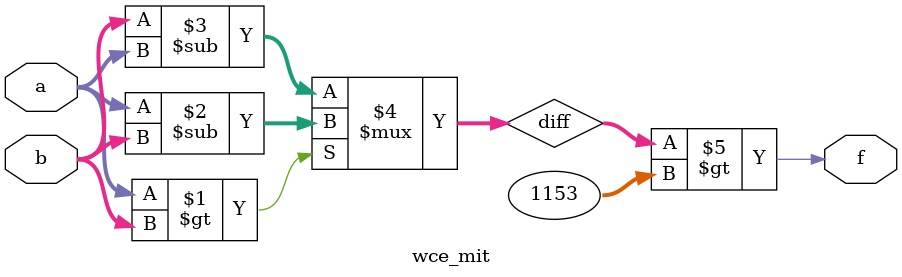
<source format=v>
module wce_mit(a, b, f);
parameter _bit = 18;
parameter wce = 1153;
input [_bit - 1: 0] a;
input [_bit - 1: 0] b;
output f;
wire [_bit - 1: 0] diff;
assign diff = (a > b)? (a - b): (b - a);
assign f = (diff > wce);
endmodule

</source>
